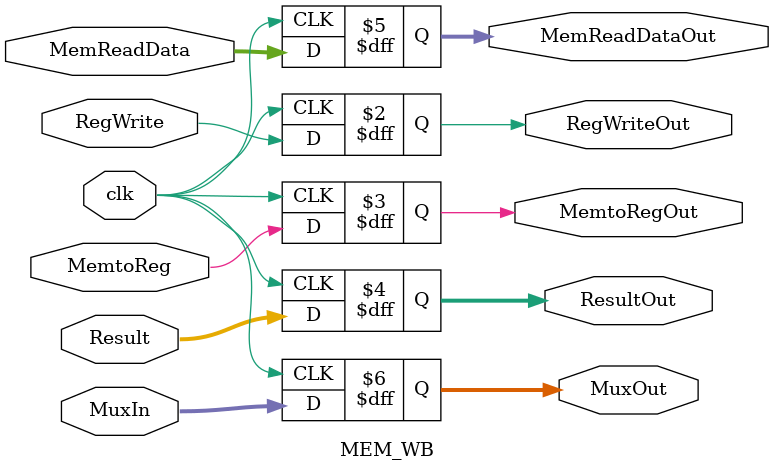
<source format=v>
module MEM_WB(
	// Outputs
	output reg RegWriteOut, MemtoRegOut,
	output reg [31:0]ResultOut, MemReadDataOut,
	output reg [4:0]MuxOut,
	// Inputs
	input wire RegWrite, MemtoReg,
	input wire [31:0]Result, MemReadData,
	input wire [4:0]MuxIn,
	input wire clk
);

	always @ (posedge clk)
	begin
		RegWriteOut <= RegWrite;
		MemtoRegOut <= MemtoReg;
		
		ResultOut <= Result;
		MemReadDataOut <= MemReadData;
		MuxOut <= MuxIn;
	end
endmodule
</source>
